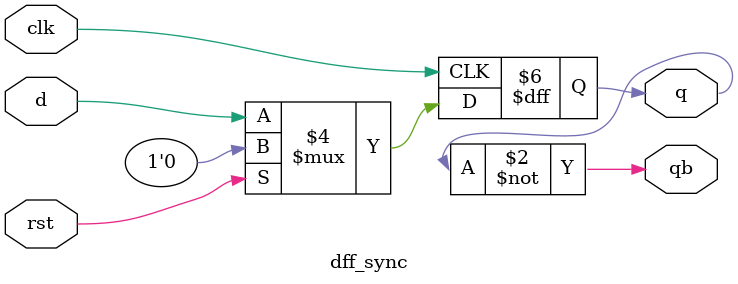
<source format=v>
module dff_sync(d,clk,rst,q,qb);
input d,clk,rst;
output reg q;
output qb;

always @ (posedge clk) begin
if(rst)
q=0;
else
q<=d;
end

assign qb=~q;

endmodule
</source>
